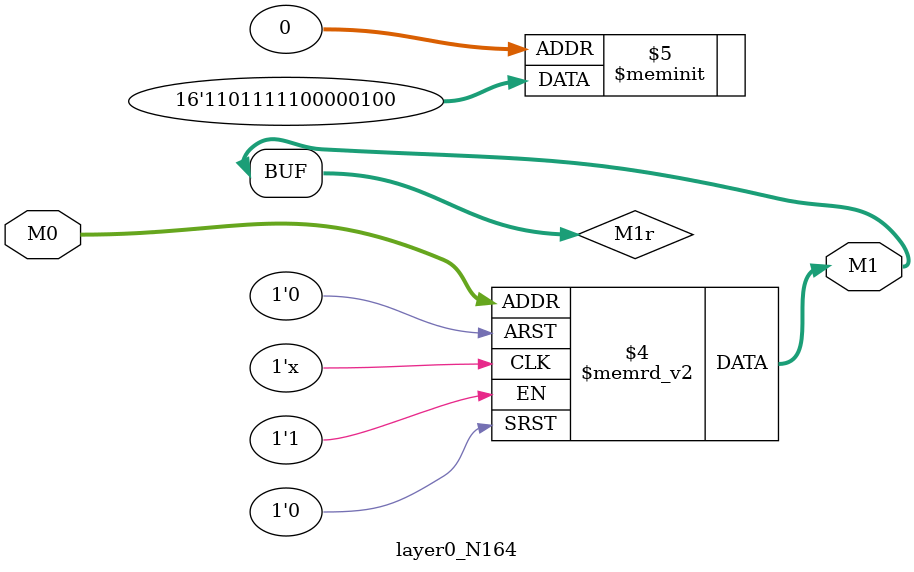
<source format=v>
module layer0_N164 ( input [2:0] M0, output [1:0] M1 );

	(*rom_style = "distributed" *) reg [1:0] M1r;
	assign M1 = M1r;
	always @ (M0) begin
		case (M0)
			3'b000: M1r = 2'b00;
			3'b100: M1r = 2'b11;
			3'b010: M1r = 2'b00;
			3'b110: M1r = 2'b01;
			3'b001: M1r = 2'b01;
			3'b101: M1r = 2'b11;
			3'b011: M1r = 2'b00;
			3'b111: M1r = 2'b11;

		endcase
	end
endmodule

</source>
